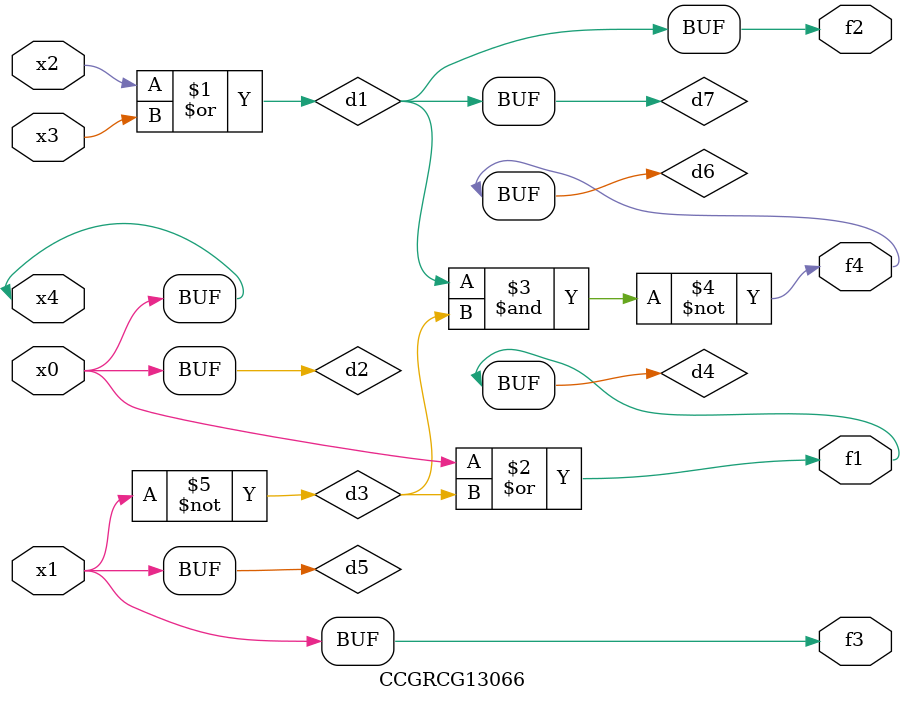
<source format=v>
module CCGRCG13066(
	input x0, x1, x2, x3, x4,
	output f1, f2, f3, f4
);

	wire d1, d2, d3, d4, d5, d6, d7;

	or (d1, x2, x3);
	buf (d2, x0, x4);
	not (d3, x1);
	or (d4, d2, d3);
	not (d5, d3);
	nand (d6, d1, d3);
	or (d7, d1);
	assign f1 = d4;
	assign f2 = d7;
	assign f3 = d5;
	assign f4 = d6;
endmodule

</source>
